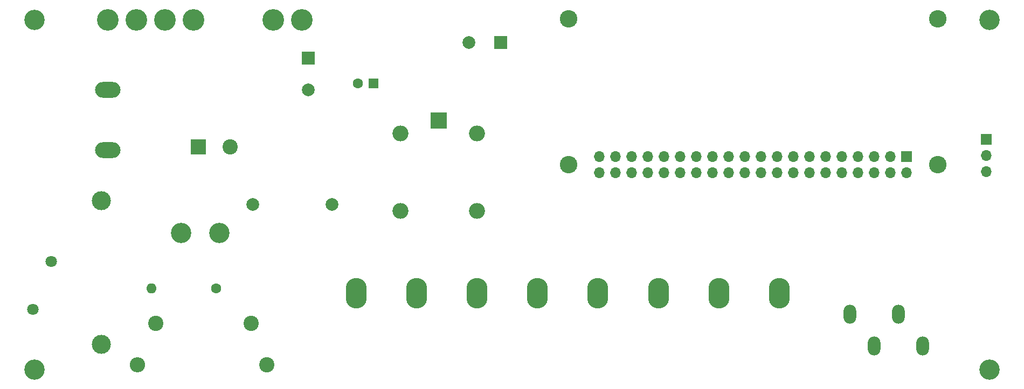
<source format=gbr>
%TF.GenerationSoftware,KiCad,Pcbnew,5.1.10*%
%TF.CreationDate,2021-12-07T00:10:18-05:00*%
%TF.ProjectId,oven-controller,6f76656e-2d63-46f6-9e74-726f6c6c6572,rev?*%
%TF.SameCoordinates,Original*%
%TF.FileFunction,Soldermask,Bot*%
%TF.FilePolarity,Negative*%
%FSLAX46Y46*%
G04 Gerber Fmt 4.6, Leading zero omitted, Abs format (unit mm)*
G04 Created by KiCad (PCBNEW 5.1.10) date 2021-12-07 00:10:18*
%MOMM*%
%LPD*%
G01*
G04 APERTURE LIST*
%ADD10C,2.000000*%
%ADD11R,2.000000X2.000000*%
%ADD12C,2.400000*%
%ADD13C,1.600000*%
%ADD14R,1.600000X1.600000*%
%ADD15C,3.000000*%
%ADD16C,3.200000*%
%ADD17O,2.500000X2.500000*%
%ADD18R,2.500000X2.500000*%
%ADD19O,2.400000X2.400000*%
%ADD20C,1.800000*%
%ADD21O,4.000000X2.500000*%
%ADD22O,2.000000X3.000000*%
%ADD23C,2.750000*%
%ADD24O,1.700000X1.700000*%
%ADD25R,1.700000X1.700000*%
%ADD26O,1.600000X1.600000*%
%ADD27O,3.300000X4.800000*%
%ADD28O,3.400000X3.400000*%
%ADD29R,2.400000X2.400000*%
G04 APERTURE END LIST*
D10*
%TO.C,BZ1*%
X172250000Y-107500000D03*
D11*
X177250000Y-107500000D03*
%TD*%
D12*
%TO.C,C3*%
X123000000Y-151750000D03*
X138000000Y-151750000D03*
%TD*%
D10*
%TO.C,C5*%
X147000000Y-115000000D03*
D11*
X147000000Y-110000000D03*
%TD*%
D13*
%TO.C,C6*%
X154750000Y-114000000D03*
D14*
X157250000Y-114000000D03*
%TD*%
D10*
%TO.C,C7*%
X138250000Y-133000000D03*
X150750000Y-133000000D03*
%TD*%
D15*
%TO.C,F1*%
X114500000Y-132400000D03*
X114500000Y-155000000D03*
%TD*%
D16*
%TO.C,H1*%
X104000000Y-104000000D03*
%TD*%
%TO.C,H2*%
X104000000Y-159000000D03*
%TD*%
%TO.C,H3*%
X254000000Y-104000000D03*
%TD*%
%TO.C,H4*%
X254000000Y-159000000D03*
%TD*%
D17*
%TO.C,K1*%
X173500000Y-121800000D03*
X173500000Y-134000000D03*
X161500000Y-134000000D03*
X161500000Y-121800000D03*
D18*
X167500000Y-119800000D03*
%TD*%
D16*
%TO.C,L1*%
X127000000Y-137500000D03*
X133000000Y-137500000D03*
%TD*%
D19*
%TO.C,R1*%
X120180000Y-158250000D03*
D12*
X140500000Y-158250000D03*
%TD*%
D20*
%TO.C,RV1*%
X106650000Y-142000000D03*
X103750000Y-149500000D03*
%TD*%
D21*
%TO.C,J1*%
X115500000Y-124500000D03*
X115500000Y-115000000D03*
%TD*%
D22*
%TO.C,J5*%
X232070000Y-150250000D03*
X239690000Y-150250000D03*
X235880000Y-155250000D03*
X243500000Y-155250000D03*
%TD*%
D23*
%TO.C,U3*%
X187870000Y-126770000D03*
X245870000Y-103770000D03*
X187870000Y-103770000D03*
X245870000Y-126770000D03*
D24*
X192740000Y-128040000D03*
X192740000Y-125500000D03*
X210520000Y-128040000D03*
X210520000Y-125500000D03*
X215600000Y-128040000D03*
X215600000Y-125500000D03*
X205440000Y-128040000D03*
X205440000Y-125500000D03*
X233380000Y-128040000D03*
X233380000Y-125500000D03*
X202900000Y-128040000D03*
X202900000Y-125500000D03*
X220680000Y-128040000D03*
X220680000Y-125500000D03*
X197820000Y-128040000D03*
X197820000Y-125500000D03*
X200360000Y-128040000D03*
X200360000Y-125500000D03*
X195280000Y-128040000D03*
X195280000Y-125500000D03*
X218140000Y-128040000D03*
X218140000Y-125500000D03*
X230840000Y-128040000D03*
X230840000Y-125500000D03*
X225760000Y-128040000D03*
X225760000Y-125500000D03*
X207980000Y-128040000D03*
X207980000Y-125500000D03*
X228300000Y-128040000D03*
X228300000Y-125500000D03*
X213060000Y-128040000D03*
X213060000Y-125500000D03*
D25*
X241000000Y-125500000D03*
D24*
X241000000Y-128040000D03*
X235920000Y-125500000D03*
X238460000Y-128040000D03*
X223220000Y-128040000D03*
X223220000Y-125500000D03*
X238460000Y-125500000D03*
X235920000Y-128040000D03*
%TD*%
D26*
%TO.C,R2*%
X122340000Y-146250000D03*
D13*
X132500000Y-146250000D03*
%TD*%
D27*
%TO.C,J3*%
X211500000Y-147000000D03*
X221000000Y-147000000D03*
X202000000Y-147000000D03*
X192500000Y-147000000D03*
X183000000Y-147000000D03*
X173500000Y-147000000D03*
X164000000Y-147000000D03*
X154500000Y-147000000D03*
%TD*%
D24*
%TO.C,J2*%
X253500000Y-127830000D03*
X253500000Y-125290000D03*
D25*
X253500000Y-122750000D03*
%TD*%
D28*
%TO.C,U1*%
X115500000Y-104000000D03*
X120000000Y-104000000D03*
X124500000Y-104000000D03*
X129000000Y-104000000D03*
X141500000Y-104000000D03*
X146000000Y-104000000D03*
%TD*%
D29*
%TO.C,C4*%
X129750000Y-124000000D03*
D12*
X134750000Y-124000000D03*
%TD*%
M02*

</source>
